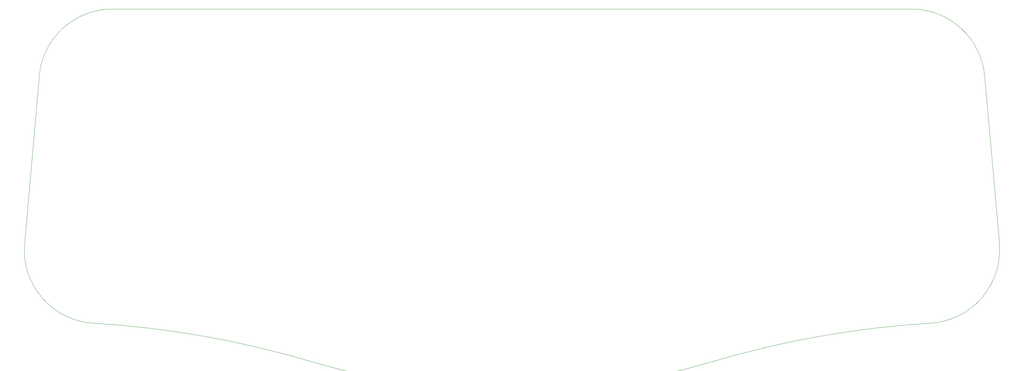
<source format=gm1>
G04 #@! TF.GenerationSoftware,KiCad,Pcbnew,(5.1.4-0)*
G04 #@! TF.CreationDate,2021-07-03T08:26:25+10:00*
G04 #@! TF.ProjectId,ahokore,61686f6b-6f72-4652-9e6b-696361645f70,rev?*
G04 #@! TF.SameCoordinates,Original*
G04 #@! TF.FileFunction,Profile,NP*
%FSLAX46Y46*%
G04 Gerber Fmt 4.6, Leading zero omitted, Abs format (unit mm)*
G04 Created by KiCad (PCBNEW (5.1.4-0)) date 2021-07-03 08:26:25*
%MOMM*%
%LPD*%
G04 APERTURE LIST*
%ADD10C,0.100000*%
G04 APERTURE END LIST*
D10*
X15941687Y-85479937D02*
G75*
G02X-2779060Y-63773042I1203146J19963777D01*
G01*
X1213591Y-18136926D02*
X-2779060Y-63773042D01*
X1213591Y-18136926D02*
G75*
G02X21137484Y119954I19923893J-1743119D01*
G01*
X238862041Y119954D02*
X21137484Y119954D01*
X238862041Y119955D02*
G75*
G02X258785899Y-18136518I0J-20000000D01*
G01*
X262779491Y-63772605D02*
X258785899Y-18136518D01*
X262779491Y-63772604D02*
G75*
G02X244058747Y-85479912I-19923858J-1743528D01*
G01*
X184285714Y-96046564D02*
G75*
G02X244058747Y-85479912I75714285J-253953436D01*
G01*
X184285713Y-96046565D02*
G75*
G02X75714285Y-96046565I-54285714J182079820D01*
G01*
X15941686Y-85479939D02*
G75*
G02X75714285Y-96046565I-15941686J-264520061D01*
G01*
M02*

</source>
